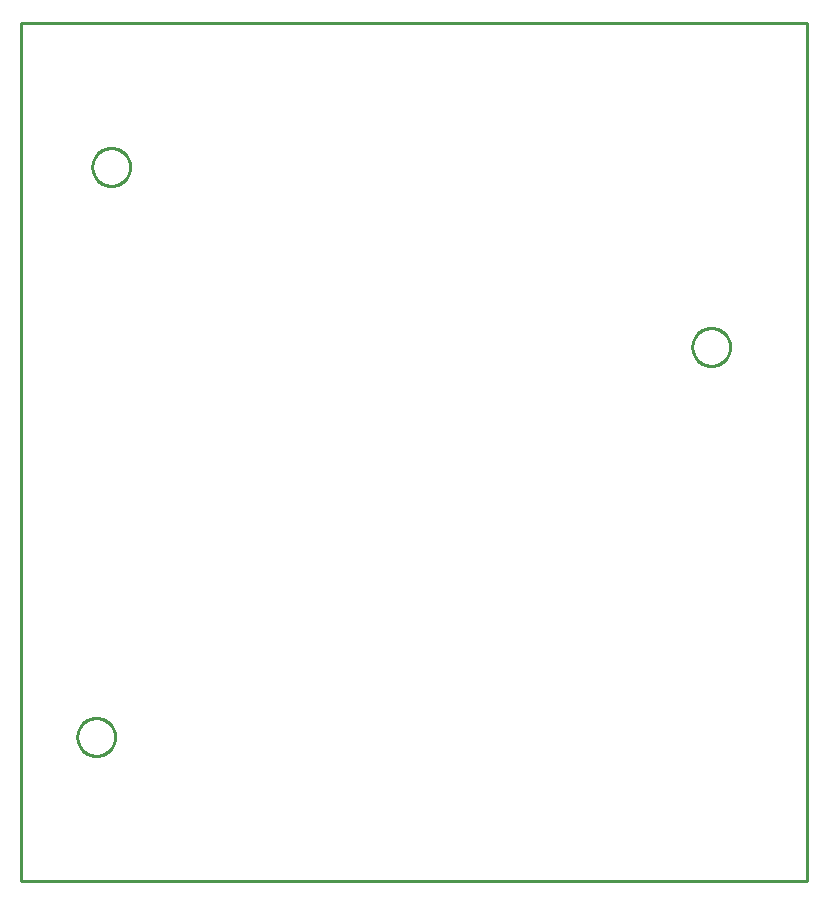
<source format=gbr>
G04 EAGLE Gerber RS-274X export*
G75*
%MOMM*%
%FSLAX34Y34*%
%LPD*%
%IN*%
%IPPOS*%
%AMOC8*
5,1,8,0,0,1.08239X$1,22.5*%
G01*
%ADD10C,0.254000*%


D10*
X76200Y-96520D02*
X741680Y-96520D01*
X741680Y629920D01*
X76200Y629920D01*
X76200Y-96520D01*
X168400Y507476D02*
X168332Y506431D01*
X168195Y505392D01*
X167990Y504365D01*
X167719Y503353D01*
X167383Y502361D01*
X166982Y501393D01*
X166518Y500454D01*
X165995Y499546D01*
X165413Y498675D01*
X164775Y497844D01*
X164084Y497057D01*
X163343Y496316D01*
X162556Y495625D01*
X161725Y494988D01*
X160854Y494406D01*
X159946Y493882D01*
X159007Y493418D01*
X158039Y493017D01*
X157047Y492681D01*
X156035Y492410D01*
X155008Y492205D01*
X153969Y492069D01*
X152924Y492000D01*
X151876Y492000D01*
X150831Y492069D01*
X149792Y492205D01*
X148765Y492410D01*
X147753Y492681D01*
X146761Y493017D01*
X145793Y493418D01*
X144854Y493882D01*
X143946Y494406D01*
X143075Y494988D01*
X142244Y495625D01*
X141457Y496316D01*
X140716Y497057D01*
X140025Y497844D01*
X139388Y498675D01*
X138806Y499546D01*
X138282Y500454D01*
X137818Y501393D01*
X137417Y502361D01*
X137081Y503353D01*
X136810Y504365D01*
X136605Y505392D01*
X136469Y506431D01*
X136400Y507476D01*
X136400Y508524D01*
X136469Y509569D01*
X136605Y510608D01*
X136810Y511635D01*
X137081Y512647D01*
X137417Y513639D01*
X137818Y514607D01*
X138282Y515546D01*
X138806Y516454D01*
X139388Y517325D01*
X140025Y518156D01*
X140716Y518943D01*
X141457Y519684D01*
X142244Y520375D01*
X143075Y521013D01*
X143946Y521595D01*
X144854Y522118D01*
X145793Y522582D01*
X146761Y522983D01*
X147753Y523319D01*
X148765Y523590D01*
X149792Y523795D01*
X150831Y523932D01*
X151876Y524000D01*
X152924Y524000D01*
X153969Y523932D01*
X155008Y523795D01*
X156035Y523590D01*
X157047Y523319D01*
X158039Y522983D01*
X159007Y522582D01*
X159946Y522118D01*
X160854Y521595D01*
X161725Y521013D01*
X162556Y520375D01*
X163343Y519684D01*
X164084Y518943D01*
X164775Y518156D01*
X165413Y517325D01*
X165995Y516454D01*
X166518Y515546D01*
X166982Y514607D01*
X167383Y513639D01*
X167719Y512647D01*
X167990Y511635D01*
X168195Y510608D01*
X168332Y509569D01*
X168400Y508524D01*
X168400Y507476D01*
X676400Y355076D02*
X676332Y354031D01*
X676195Y352992D01*
X675990Y351965D01*
X675719Y350953D01*
X675383Y349961D01*
X674982Y348993D01*
X674518Y348054D01*
X673995Y347146D01*
X673413Y346275D01*
X672775Y345444D01*
X672084Y344657D01*
X671343Y343916D01*
X670556Y343225D01*
X669725Y342588D01*
X668854Y342006D01*
X667946Y341482D01*
X667007Y341018D01*
X666039Y340617D01*
X665047Y340281D01*
X664035Y340010D01*
X663008Y339805D01*
X661969Y339669D01*
X660924Y339600D01*
X659876Y339600D01*
X658831Y339669D01*
X657792Y339805D01*
X656765Y340010D01*
X655753Y340281D01*
X654761Y340617D01*
X653793Y341018D01*
X652854Y341482D01*
X651946Y342006D01*
X651075Y342588D01*
X650244Y343225D01*
X649457Y343916D01*
X648716Y344657D01*
X648025Y345444D01*
X647388Y346275D01*
X646806Y347146D01*
X646282Y348054D01*
X645818Y348993D01*
X645417Y349961D01*
X645081Y350953D01*
X644810Y351965D01*
X644605Y352992D01*
X644469Y354031D01*
X644400Y355076D01*
X644400Y356124D01*
X644469Y357169D01*
X644605Y358208D01*
X644810Y359235D01*
X645081Y360247D01*
X645417Y361239D01*
X645818Y362207D01*
X646282Y363146D01*
X646806Y364054D01*
X647388Y364925D01*
X648025Y365756D01*
X648716Y366543D01*
X649457Y367284D01*
X650244Y367975D01*
X651075Y368613D01*
X651946Y369195D01*
X652854Y369718D01*
X653793Y370182D01*
X654761Y370583D01*
X655753Y370919D01*
X656765Y371190D01*
X657792Y371395D01*
X658831Y371532D01*
X659876Y371600D01*
X660924Y371600D01*
X661969Y371532D01*
X663008Y371395D01*
X664035Y371190D01*
X665047Y370919D01*
X666039Y370583D01*
X667007Y370182D01*
X667946Y369718D01*
X668854Y369195D01*
X669725Y368613D01*
X670556Y367975D01*
X671343Y367284D01*
X672084Y366543D01*
X672775Y365756D01*
X673413Y364925D01*
X673995Y364054D01*
X674518Y363146D01*
X674982Y362207D01*
X675383Y361239D01*
X675719Y360247D01*
X675990Y359235D01*
X676195Y358208D01*
X676332Y357169D01*
X676400Y356124D01*
X676400Y355076D01*
X155700Y24876D02*
X155632Y23831D01*
X155495Y22792D01*
X155290Y21765D01*
X155019Y20753D01*
X154683Y19761D01*
X154282Y18793D01*
X153818Y17854D01*
X153295Y16946D01*
X152713Y16075D01*
X152075Y15244D01*
X151384Y14457D01*
X150643Y13716D01*
X149856Y13025D01*
X149025Y12388D01*
X148154Y11806D01*
X147246Y11282D01*
X146307Y10818D01*
X145339Y10417D01*
X144347Y10081D01*
X143335Y9810D01*
X142308Y9605D01*
X141269Y9469D01*
X140224Y9400D01*
X139176Y9400D01*
X138131Y9469D01*
X137092Y9605D01*
X136065Y9810D01*
X135053Y10081D01*
X134061Y10417D01*
X133093Y10818D01*
X132154Y11282D01*
X131246Y11806D01*
X130375Y12388D01*
X129544Y13025D01*
X128757Y13716D01*
X128016Y14457D01*
X127325Y15244D01*
X126688Y16075D01*
X126106Y16946D01*
X125582Y17854D01*
X125118Y18793D01*
X124717Y19761D01*
X124381Y20753D01*
X124110Y21765D01*
X123905Y22792D01*
X123769Y23831D01*
X123700Y24876D01*
X123700Y25924D01*
X123769Y26969D01*
X123905Y28008D01*
X124110Y29035D01*
X124381Y30047D01*
X124717Y31039D01*
X125118Y32007D01*
X125582Y32946D01*
X126106Y33854D01*
X126688Y34725D01*
X127325Y35556D01*
X128016Y36343D01*
X128757Y37084D01*
X129544Y37775D01*
X130375Y38413D01*
X131246Y38995D01*
X132154Y39518D01*
X133093Y39982D01*
X134061Y40383D01*
X135053Y40719D01*
X136065Y40990D01*
X137092Y41195D01*
X138131Y41332D01*
X139176Y41400D01*
X140224Y41400D01*
X141269Y41332D01*
X142308Y41195D01*
X143335Y40990D01*
X144347Y40719D01*
X145339Y40383D01*
X146307Y39982D01*
X147246Y39518D01*
X148154Y38995D01*
X149025Y38413D01*
X149856Y37775D01*
X150643Y37084D01*
X151384Y36343D01*
X152075Y35556D01*
X152713Y34725D01*
X153295Y33854D01*
X153818Y32946D01*
X154282Y32007D01*
X154683Y31039D01*
X155019Y30047D01*
X155290Y29035D01*
X155495Y28008D01*
X155632Y26969D01*
X155700Y25924D01*
X155700Y24876D01*
M02*

</source>
